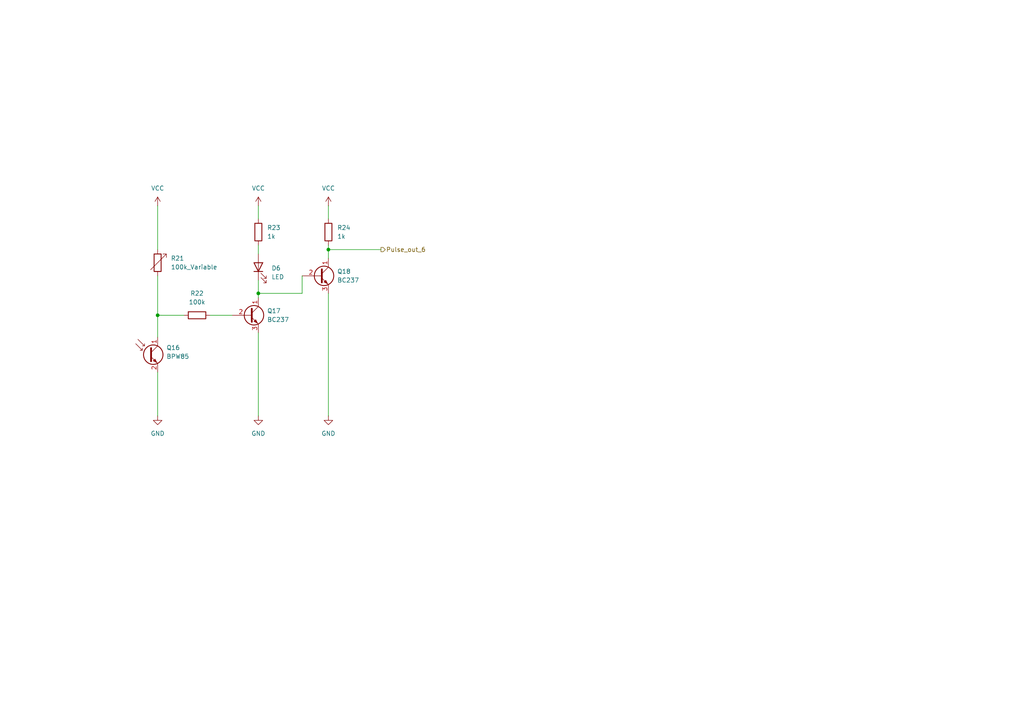
<source format=kicad_sch>
(kicad_sch (version 20231120) (generator "eeschema") (generator_version "8.0")
  (paper "A4")
  (lib_symbols
    (symbol "Device:LED" (pin_numbers hide) (pin_names (offset 1.016) hide)
      (property "Reference" "D" (at 0 2.54 0))
      (property "Value" "LED" (at 0 -2.54 0))
      (symbol "LED_0_1"
        (polyline (pts (xy -1.27 -1.27) (xy -1.27 1.27)) (stroke (width 0.254)))
        (polyline (pts (xy -1.27 0) (xy 1.27 0)))
        (polyline (pts (xy 1.27 -1.27) (xy 1.27 1.27) (xy -1.27 0) (xy 1.27 -1.27)) (stroke (width 0.254)))
        (polyline (pts (xy -3.048 -0.762) (xy -4.572 -2.286) (xy -3.81 -2.286) (xy -4.572 -2.286) (xy -4.572 -1.524)))
        (polyline (pts (xy -1.778 -0.762) (xy -3.302 -2.286) (xy -2.54 -2.286) (xy -3.302 -2.286) (xy -3.302 -1.524)))
      )
      (symbol "LED_1_1"
        (pin passive line (at -3.81 0 0) (length 2.54) (name "K") (number "1"))
        (pin passive line (at 3.81 0 180) (length 2.54) (name "A") (number "2"))
      )
    )
    (symbol "Device:R" (pin_numbers hide) (pin_names (offset 0))
      (property "Reference" "R" (at 2.032 0 90))
      (property "Value" "R" (at 0 0 90))
      (symbol "R_0_1"
        (rectangle (start -1.016 -2.54) (end 1.016 2.54) (stroke (width 0.254)))
      )
      (symbol "R_1_1"
        (pin passive line (at 0 3.81 270) (length 1.27) (name "~") (number "1"))
        (pin passive line (at 0 -3.81 90) (length 1.27) (name "~") (number "2"))
      )
    )
    (symbol "Device:R_Variable" (pin_numbers hide) (pin_names (offset 0))
      (property "Reference" "R" (at 2.54 -2.54 90))
      (property "Value" "R_Variable" (at -2.54 -1.27 90))
      (symbol "R_Variable_0_1"
        (rectangle (start -1.016 -2.54) (end 1.016 2.54) (stroke (width 0.254)))
        (polyline (pts (xy 2.54 1.524) (xy 2.54 2.54) (xy 1.524 2.54) (xy 2.54 2.54) (xy -2.032 -2.032)))
      )
      (symbol "R_Variable_1_1"
        (pin passive line (at 0 3.81 270) (length 1.27) (name "~") (number "1"))
        (pin passive line (at 0 -3.81 90) (length 1.27) (name "~") (number "2"))
      )
    )
    (symbol "Sensor_Optical:BPW85" (pin_names (offset 0) hide)
      (property "Reference" "Q" (at 5.08 1.27 0))
      (property "Value" "BPW85" (at 5.08 -1.27 0))
      (symbol "BPW85_0_1"
        (polyline (pts (xy -1.905 1.27) (xy -2.54 1.27)))
        (polyline (pts (xy -1.27 2.54) (xy -1.905 2.54)))
        (polyline (pts (xy 0.635 0.635) (xy 2.54 2.54)))
        (polyline (pts (xy -3.81 3.175) (xy -1.905 1.27) (xy -1.905 1.905)))
        (polyline (pts (xy -3.175 4.445) (xy -1.27 2.54) (xy -1.27 3.175)))
        (polyline (pts (xy 0.635 -0.635) (xy 2.54 -2.54) (xy 2.54 -2.54)))
        (polyline (pts (xy 0.635 1.905) (xy 0.635 -1.905) (xy 0.635 -1.905)) (stroke (width 0.508)))
        (polyline (pts (xy 1.27 -1.778) (xy 1.778 -1.27) (xy 2.286 -2.286) (xy 1.27 -1.778) (xy 1.27 -1.778)) (fill (type outline)))
        (circle (center 1.27 0) (radius 2.8194) (stroke (width 0.254)))
      )
      (symbol "BPW85_1_1"
        (pin passive line (at 2.54 5.08 270) (length 2.54) (name "C") (number "1"))
        (pin passive line (at 2.54 -5.08 90) (length 2.54) (name "E") (number "2"))
      )
    )
    (symbol "Transistor_BJT:BC237" (pin_names (offset 0) hide)
      (property "Reference" "Q" (at 5.08 1.905 0))
      (property "Value" "BC237" (at 5.08 0 0))
      (symbol "BC237_0_1"
        (polyline (pts (xy 0 0) (xy 0.635 0)))
        (polyline (pts (xy 0.635 0.635) (xy 2.54 2.54)))
        (polyline (pts (xy 0.635 -0.635) (xy 2.54 -2.54) (xy 2.54 -2.54)))
        (polyline (pts (xy 0.635 1.905) (xy 0.635 -1.905) (xy 0.635 -1.905)) (stroke (width 0.508)))
        (polyline (pts (xy 1.27 -1.778) (xy 1.778 -1.27) (xy 2.286 -2.286) (xy 1.27 -1.778) (xy 1.27 -1.778)) (fill (type outline)))
        (circle (center 1.27 0) (radius 2.8194) (stroke (width 0.254)))
      )
      (symbol "BC237_1_1"
        (pin passive line (at 2.54 5.08 270) (length 2.54) (name "C") (number "1"))
        (pin input line (at -5.08 0 0) (length 5.08) (name "B") (number "2"))
        (pin passive line (at 2.54 -5.08 90) (length 2.54) (name "E") (number "3"))
      )
    )
    (symbol "power:GND" (power) (pin_numbers hide) (pin_names (offset 0) hide)
      (property "Value" "GND" (at 0 -3.81 0))
      (symbol "GND_0_1"
        (polyline (pts (xy 0 0) (xy 0 -1.27) (xy 1.27 -1.27) (xy 0 -2.54) (xy -1.27 -1.27) (xy 0 -1.27)))
      )
      (symbol "GND_1_1"
        (pin power_in line (at 0 0 270) (length 0) (name "~") (number "1"))
      )
    )
    (symbol "power:VCC" (power) (pin_numbers hide) (pin_names (offset 0) hide)
      (property "Value" "VCC" (at 0 3.556 0))
      (symbol "VCC_0_1"
        (polyline (pts (xy -0.762 1.27) (xy 0 2.54)))
        (polyline (pts (xy 0 0) (xy 0 2.54)))
        (polyline (pts (xy 0 2.54) (xy 0.762 1.27)))
      )
      (symbol "VCC_1_1"
        (pin power_in line (at 0 0 90) (length 0) (name "~") (number "1"))
      )
    )
  )
  (junction (at 45.72 91.44))
  (junction (at 95.25 72.39))
  (junction (at 74.93 85.09))
  (wire (pts (xy 95.25 85.09) (xy 95.25 120.65)))
  (wire (pts (xy 45.72 91.44) (xy 53.34 91.44)))
  (wire (pts (xy 60.96 91.44) (xy 67.31 91.44)))
  (wire (pts (xy 74.93 96.52) (xy 74.93 120.65)))
  (wire (pts (xy 87.63 85.09) (xy 87.63 80.01)))
  (wire (pts (xy 45.72 107.95) (xy 45.72 120.65)))
  (wire (pts (xy 95.25 72.39) (xy 110.49 72.39)))
  (wire (pts (xy 45.72 91.44) (xy 45.72 97.79)))
  (wire (pts (xy 45.72 80.01) (xy 45.72 91.44)))
  (wire (pts (xy 95.25 72.39) (xy 95.25 74.93)))
  (wire (pts (xy 74.93 71.12) (xy 74.93 73.66)))
  (wire (pts (xy 74.93 85.09) (xy 74.93 86.36)))
  (wire (pts (xy 45.72 59.69) (xy 45.72 72.39)))
  (wire (pts (xy 74.93 85.09) (xy 87.63 85.09)))
  (wire (pts (xy 74.93 59.69) (xy 74.93 63.5)))
  (wire (pts (xy 74.93 81.28) (xy 74.93 85.09)))
  (wire (pts (xy 95.25 71.12) (xy 95.25 72.39)))
  (wire (pts (xy 95.25 59.69) (xy 95.25 63.5)))
  (hierarchical_label "Pulse_out_6" (shape output) (at 110.49 72.39 0))
  (symbol (lib_id "Device:LED") (at 74.93 77.47 90) (unit 1)
    (property "Reference" "D6" (at 78.74 77.7874 90) (effects (justify right)))
    (property "Value" "LED" (at 78.74 80.3274 90) (effects (justify right)))
    (property "Footprint" "LED_THT:LED_D5.0mm" (effects (hide yes)))
    (property "Description" "Light emitting diode" (effects (hide yes)))
  )
  (symbol (lib_id "power:GND") (at 95.25 120.65 0) (unit 1)
    (property "Reference" "#PWR036" (effects (hide yes)))
    (property "Value" "GND" (at 95.25 125.73 0))
    (property "Description" "Power symbol creates a global label with name \"GND\" , ground" (effects (hide yes)))
  )
  (symbol (lib_id "Device:R") (at 74.93 67.31 180) (unit 1)
    (property "Reference" "R23" (at 77.47 66.0399 0) (effects (justify right)))
    (property "Value" "1k" (at 77.47 68.5799 0) (effects (justify right)))
    (property "Footprint" "Resistor_THT:R_Axial_DIN0207_L6.3mm_D2.5mm_P7.62mm_Horizontal" (effects (hide yes)))
    (property "Description" "Resistor" (effects (hide yes)))
  )
  (symbol (lib_id "power:VCC") (at 45.72 59.69 0) (unit 1)
    (property "Reference" "#PWR031" (effects (hide yes)))
    (property "Value" "VCC" (at 45.72 54.61 0))
    (property "Description" "Power symbol creates a global label with name \"VCC\"" (effects (hide yes)))
  )
  (symbol (lib_id "Device:R_Variable") (at 45.72 76.2 0) (unit 1)
    (property "Reference" "R21" (at 49.53 74.9299 0) (effects (justify left)))
    (property "Value" "100k_Variable" (at 49.53 77.4699 0) (effects (justify left)))
    (property "Footprint" "Potentiometer_THT:Potentiometer_Bourns_3386P_Vertical" (effects (hide yes)))
    (property "Description" "Variable resistor" (effects (hide yes)))
  )
  (symbol (lib_id "power:GND") (at 45.72 120.65 0) (unit 1)
    (property "Reference" "#PWR032" (effects (hide yes)))
    (property "Value" "GND" (at 45.72 125.73 0))
    (property "Description" "Power symbol creates a global label with name \"GND\" , ground" (effects (hide yes)))
  )
  (symbol (lib_id "Transistor_BJT:BC237") (at 92.71 80.01 0) (unit 1)
    (property "Reference" "Q18" (at 97.79 78.7399 0) (effects (justify left)))
    (property "Value" "BC237" (at 97.79 81.2799 0) (effects (justify left)))
    (property "Footprint" "Package_TO_SOT_THT:TO-92_Inline" (effects (hide yes)))
    (property "Datasheet" "http://www.onsemi.com/pub_link/Collateral/BC237-D.PDF" (effects (hide yes)))
    (property "Description" "100mA Ic, 50V Vce, Epitaxial Silicon NPN Transistor, TO-92" (effects (hide yes)))
  )
  (symbol (lib_id "power:VCC") (at 95.25 59.69 0) (unit 1)
    (property "Reference" "#PWR035" (effects (hide yes)))
    (property "Value" "VCC" (at 95.25 54.61 0))
    (property "Description" "Power symbol creates a global label with name \"VCC\"" (effects (hide yes)))
  )
  (symbol (lib_id "power:VCC") (at 74.93 59.69 0) (unit 1)
    (property "Reference" "#PWR033" (effects (hide yes)))
    (property "Value" "VCC" (at 74.93 54.61 0))
    (property "Description" "Power symbol creates a global label with name \"VCC\"" (effects (hide yes)))
  )
  (symbol (lib_id "power:GND") (at 74.93 120.65 0) (unit 1)
    (property "Reference" "#PWR034" (effects (hide yes)))
    (property "Value" "GND" (at 74.93 125.73 0))
    (property "Description" "Power symbol creates a global label with name \"GND\" , ground" (effects (hide yes)))
  )
  (symbol (lib_id "Sensor_Optical:BPW85") (at 43.18 102.87 0) (unit 1)
    (property "Reference" "Q16" (at 48.26 100.8506 0) (effects (justify left)))
    (property "Value" "BPW85" (at 48.26 103.3906 0) (effects (justify left)))
    (property "Footprint" "LED_THT:LED_D3.0mm_Clear" (effects (hide yes)))
    (property "Datasheet" "https://www.vishay.com/docs/81531/bpw85a.pdf" (effects (hide yes)))
    (property "Description" "Silicon NPN Phototransistor, Ica = 0.8-8mA, T-1" (effects (hide yes)))
  )
  (symbol (lib_id "Device:R") (at 95.25 67.31 180) (unit 1)
    (property "Reference" "R24" (at 97.79 66.0399 0) (effects (justify right)))
    (property "Value" "1k" (at 97.79 68.5799 0) (effects (justify right)))
    (property "Footprint" "Resistor_THT:R_Axial_DIN0207_L6.3mm_D2.5mm_P7.62mm_Horizontal" (effects (hide yes)))
    (property "Description" "Resistor" (effects (hide yes)))
  )
  (symbol (lib_id "Transistor_BJT:BC237") (at 72.39 91.44 0) (unit 1)
    (property "Reference" "Q17" (at 77.47 90.1699 0) (effects (justify left)))
    (property "Value" "BC237" (at 77.47 92.7099 0) (effects (justify left)))
    (property "Footprint" "Package_TO_SOT_THT:TO-92_Inline" (effects (hide yes)))
    (property "Datasheet" "http://www.onsemi.com/pub_link/Collateral/BC237-D.PDF" (effects (hide yes)))
    (property "Description" "100mA Ic, 50V Vce, Epitaxial Silicon NPN Transistor, TO-92" (effects (hide yes)))
  )
  (symbol (lib_id "Device:R") (at 57.15 91.44 90) (unit 1)
    (property "Reference" "R22" (at 57.15 85.09 90))
    (property "Value" "100k" (at 57.15 87.63 90))
    (property "Footprint" "Resistor_THT:R_Axial_DIN0207_L6.3mm_D2.5mm_P7.62mm_Horizontal" (effects (hide yes)))
    (property "Description" "Resistor" (effects (hide yes)))
  )
)
</source>
